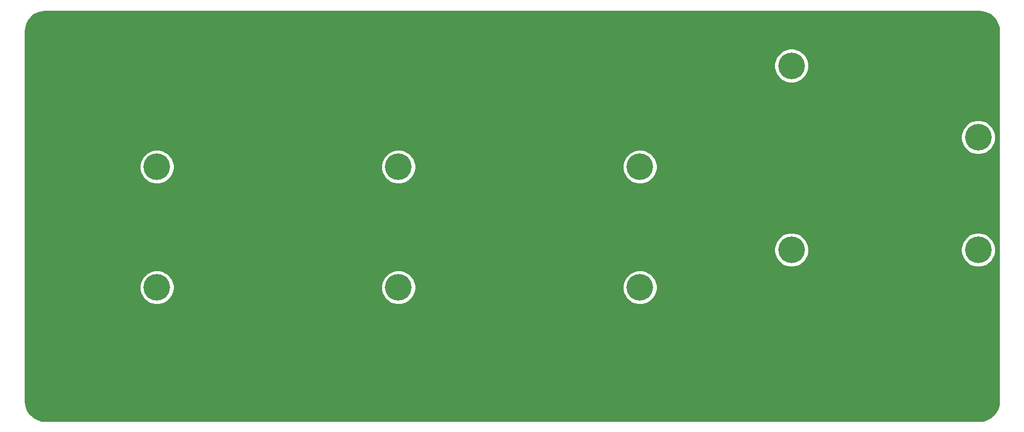
<source format=gbr>
G04 #@! TF.GenerationSoftware,KiCad,Pcbnew,(5.1.7)-1*
G04 #@! TF.CreationDate,2020-12-07T10:12:24+09:00*
G04 #@! TF.ProjectId,pisces_bottom_plate,70697363-6573-45f6-926f-74746f6d5f70,rev?*
G04 #@! TF.SameCoordinates,Original*
G04 #@! TF.FileFunction,Copper,L2,Bot*
G04 #@! TF.FilePolarity,Positive*
%FSLAX46Y46*%
G04 Gerber Fmt 4.6, Leading zero omitted, Abs format (unit mm)*
G04 Created by KiCad (PCBNEW (5.1.7)-1) date 2020-12-07 10:12:24*
%MOMM*%
%LPD*%
G01*
G04 APERTURE LIST*
G04 #@! TA.AperFunction,ComponentPad*
%ADD10C,4.200000*%
G04 #@! TD*
G04 #@! TA.AperFunction,Conductor*
%ADD11C,0.250000*%
G04 #@! TD*
G04 #@! TA.AperFunction,NonConductor*
%ADD12C,0.254000*%
G04 #@! TD*
G04 #@! TA.AperFunction,NonConductor*
%ADD13C,0.100000*%
G04 #@! TD*
G04 APERTURE END LIST*
D10*
X59525000Y-78575000D03*
X159639000Y-43561000D03*
X135725000Y-59525000D03*
X135725000Y-78575000D03*
X97625000Y-78575000D03*
X189103000Y-72644000D03*
X189103000Y-54864000D03*
X159639000Y-72644000D03*
X97625000Y-59525000D03*
X59525000Y-59525000D03*
D11*
X135814000Y-59436000D02*
X135725000Y-59525000D01*
D12*
X189841222Y-35013096D02*
X190429164Y-35190606D01*
X190971436Y-35478937D01*
X191447364Y-35867094D01*
X191838845Y-36340314D01*
X192130951Y-36880552D01*
X192312563Y-37467244D01*
X192380001Y-38108888D01*
X192380000Y-96487721D01*
X192316904Y-97131221D01*
X192139394Y-97719164D01*
X191851063Y-98261436D01*
X191462906Y-98737364D01*
X190989686Y-99128845D01*
X190449449Y-99420950D01*
X189862756Y-99602563D01*
X189221130Y-99670000D01*
X41942279Y-99670000D01*
X41298779Y-99606904D01*
X40710836Y-99429394D01*
X40168564Y-99141063D01*
X39692636Y-98752906D01*
X39301155Y-98279686D01*
X39009050Y-97739449D01*
X38827437Y-97152756D01*
X38760000Y-96511130D01*
X38760000Y-78305626D01*
X56790000Y-78305626D01*
X56790000Y-78844374D01*
X56895105Y-79372770D01*
X57101275Y-79870508D01*
X57400587Y-80318461D01*
X57781539Y-80699413D01*
X58229492Y-80998725D01*
X58727230Y-81204895D01*
X59255626Y-81310000D01*
X59794374Y-81310000D01*
X60322770Y-81204895D01*
X60820508Y-80998725D01*
X61268461Y-80699413D01*
X61649413Y-80318461D01*
X61948725Y-79870508D01*
X62154895Y-79372770D01*
X62260000Y-78844374D01*
X62260000Y-78305626D01*
X94890000Y-78305626D01*
X94890000Y-78844374D01*
X94995105Y-79372770D01*
X95201275Y-79870508D01*
X95500587Y-80318461D01*
X95881539Y-80699413D01*
X96329492Y-80998725D01*
X96827230Y-81204895D01*
X97355626Y-81310000D01*
X97894374Y-81310000D01*
X98422770Y-81204895D01*
X98920508Y-80998725D01*
X99368461Y-80699413D01*
X99749413Y-80318461D01*
X100048725Y-79870508D01*
X100254895Y-79372770D01*
X100360000Y-78844374D01*
X100360000Y-78305626D01*
X132990000Y-78305626D01*
X132990000Y-78844374D01*
X133095105Y-79372770D01*
X133301275Y-79870508D01*
X133600587Y-80318461D01*
X133981539Y-80699413D01*
X134429492Y-80998725D01*
X134927230Y-81204895D01*
X135455626Y-81310000D01*
X135994374Y-81310000D01*
X136522770Y-81204895D01*
X137020508Y-80998725D01*
X137468461Y-80699413D01*
X137849413Y-80318461D01*
X138148725Y-79870508D01*
X138354895Y-79372770D01*
X138460000Y-78844374D01*
X138460000Y-78305626D01*
X138354895Y-77777230D01*
X138148725Y-77279492D01*
X137849413Y-76831539D01*
X137468461Y-76450587D01*
X137020508Y-76151275D01*
X136522770Y-75945105D01*
X135994374Y-75840000D01*
X135455626Y-75840000D01*
X134927230Y-75945105D01*
X134429492Y-76151275D01*
X133981539Y-76450587D01*
X133600587Y-76831539D01*
X133301275Y-77279492D01*
X133095105Y-77777230D01*
X132990000Y-78305626D01*
X100360000Y-78305626D01*
X100254895Y-77777230D01*
X100048725Y-77279492D01*
X99749413Y-76831539D01*
X99368461Y-76450587D01*
X98920508Y-76151275D01*
X98422770Y-75945105D01*
X97894374Y-75840000D01*
X97355626Y-75840000D01*
X96827230Y-75945105D01*
X96329492Y-76151275D01*
X95881539Y-76450587D01*
X95500587Y-76831539D01*
X95201275Y-77279492D01*
X94995105Y-77777230D01*
X94890000Y-78305626D01*
X62260000Y-78305626D01*
X62154895Y-77777230D01*
X61948725Y-77279492D01*
X61649413Y-76831539D01*
X61268461Y-76450587D01*
X60820508Y-76151275D01*
X60322770Y-75945105D01*
X59794374Y-75840000D01*
X59255626Y-75840000D01*
X58727230Y-75945105D01*
X58229492Y-76151275D01*
X57781539Y-76450587D01*
X57400587Y-76831539D01*
X57101275Y-77279492D01*
X56895105Y-77777230D01*
X56790000Y-78305626D01*
X38760000Y-78305626D01*
X38760000Y-72374626D01*
X156904000Y-72374626D01*
X156904000Y-72913374D01*
X157009105Y-73441770D01*
X157215275Y-73939508D01*
X157514587Y-74387461D01*
X157895539Y-74768413D01*
X158343492Y-75067725D01*
X158841230Y-75273895D01*
X159369626Y-75379000D01*
X159908374Y-75379000D01*
X160436770Y-75273895D01*
X160934508Y-75067725D01*
X161382461Y-74768413D01*
X161763413Y-74387461D01*
X162062725Y-73939508D01*
X162268895Y-73441770D01*
X162374000Y-72913374D01*
X162374000Y-72374626D01*
X186368000Y-72374626D01*
X186368000Y-72913374D01*
X186473105Y-73441770D01*
X186679275Y-73939508D01*
X186978587Y-74387461D01*
X187359539Y-74768413D01*
X187807492Y-75067725D01*
X188305230Y-75273895D01*
X188833626Y-75379000D01*
X189372374Y-75379000D01*
X189900770Y-75273895D01*
X190398508Y-75067725D01*
X190846461Y-74768413D01*
X191227413Y-74387461D01*
X191526725Y-73939508D01*
X191732895Y-73441770D01*
X191838000Y-72913374D01*
X191838000Y-72374626D01*
X191732895Y-71846230D01*
X191526725Y-71348492D01*
X191227413Y-70900539D01*
X190846461Y-70519587D01*
X190398508Y-70220275D01*
X189900770Y-70014105D01*
X189372374Y-69909000D01*
X188833626Y-69909000D01*
X188305230Y-70014105D01*
X187807492Y-70220275D01*
X187359539Y-70519587D01*
X186978587Y-70900539D01*
X186679275Y-71348492D01*
X186473105Y-71846230D01*
X186368000Y-72374626D01*
X162374000Y-72374626D01*
X162268895Y-71846230D01*
X162062725Y-71348492D01*
X161763413Y-70900539D01*
X161382461Y-70519587D01*
X160934508Y-70220275D01*
X160436770Y-70014105D01*
X159908374Y-69909000D01*
X159369626Y-69909000D01*
X158841230Y-70014105D01*
X158343492Y-70220275D01*
X157895539Y-70519587D01*
X157514587Y-70900539D01*
X157215275Y-71348492D01*
X157009105Y-71846230D01*
X156904000Y-72374626D01*
X38760000Y-72374626D01*
X38760000Y-59255626D01*
X56790000Y-59255626D01*
X56790000Y-59794374D01*
X56895105Y-60322770D01*
X57101275Y-60820508D01*
X57400587Y-61268461D01*
X57781539Y-61649413D01*
X58229492Y-61948725D01*
X58727230Y-62154895D01*
X59255626Y-62260000D01*
X59794374Y-62260000D01*
X60322770Y-62154895D01*
X60820508Y-61948725D01*
X61268461Y-61649413D01*
X61649413Y-61268461D01*
X61948725Y-60820508D01*
X62154895Y-60322770D01*
X62260000Y-59794374D01*
X62260000Y-59255626D01*
X94890000Y-59255626D01*
X94890000Y-59794374D01*
X94995105Y-60322770D01*
X95201275Y-60820508D01*
X95500587Y-61268461D01*
X95881539Y-61649413D01*
X96329492Y-61948725D01*
X96827230Y-62154895D01*
X97355626Y-62260000D01*
X97894374Y-62260000D01*
X98422770Y-62154895D01*
X98920508Y-61948725D01*
X99368461Y-61649413D01*
X99749413Y-61268461D01*
X100048725Y-60820508D01*
X100254895Y-60322770D01*
X100360000Y-59794374D01*
X100360000Y-59255626D01*
X132990000Y-59255626D01*
X132990000Y-59794374D01*
X133095105Y-60322770D01*
X133301275Y-60820508D01*
X133600587Y-61268461D01*
X133981539Y-61649413D01*
X134429492Y-61948725D01*
X134927230Y-62154895D01*
X135455626Y-62260000D01*
X135994374Y-62260000D01*
X136522770Y-62154895D01*
X137020508Y-61948725D01*
X137468461Y-61649413D01*
X137849413Y-61268461D01*
X138148725Y-60820508D01*
X138354895Y-60322770D01*
X138460000Y-59794374D01*
X138460000Y-59255626D01*
X138354895Y-58727230D01*
X138148725Y-58229492D01*
X137849413Y-57781539D01*
X137468461Y-57400587D01*
X137020508Y-57101275D01*
X136522770Y-56895105D01*
X135994374Y-56790000D01*
X135455626Y-56790000D01*
X134927230Y-56895105D01*
X134429492Y-57101275D01*
X133981539Y-57400587D01*
X133600587Y-57781539D01*
X133301275Y-58229492D01*
X133095105Y-58727230D01*
X132990000Y-59255626D01*
X100360000Y-59255626D01*
X100254895Y-58727230D01*
X100048725Y-58229492D01*
X99749413Y-57781539D01*
X99368461Y-57400587D01*
X98920508Y-57101275D01*
X98422770Y-56895105D01*
X97894374Y-56790000D01*
X97355626Y-56790000D01*
X96827230Y-56895105D01*
X96329492Y-57101275D01*
X95881539Y-57400587D01*
X95500587Y-57781539D01*
X95201275Y-58229492D01*
X94995105Y-58727230D01*
X94890000Y-59255626D01*
X62260000Y-59255626D01*
X62154895Y-58727230D01*
X61948725Y-58229492D01*
X61649413Y-57781539D01*
X61268461Y-57400587D01*
X60820508Y-57101275D01*
X60322770Y-56895105D01*
X59794374Y-56790000D01*
X59255626Y-56790000D01*
X58727230Y-56895105D01*
X58229492Y-57101275D01*
X57781539Y-57400587D01*
X57400587Y-57781539D01*
X57101275Y-58229492D01*
X56895105Y-58727230D01*
X56790000Y-59255626D01*
X38760000Y-59255626D01*
X38760000Y-54594626D01*
X186368000Y-54594626D01*
X186368000Y-55133374D01*
X186473105Y-55661770D01*
X186679275Y-56159508D01*
X186978587Y-56607461D01*
X187359539Y-56988413D01*
X187807492Y-57287725D01*
X188305230Y-57493895D01*
X188833626Y-57599000D01*
X189372374Y-57599000D01*
X189900770Y-57493895D01*
X190398508Y-57287725D01*
X190846461Y-56988413D01*
X191227413Y-56607461D01*
X191526725Y-56159508D01*
X191732895Y-55661770D01*
X191838000Y-55133374D01*
X191838000Y-54594626D01*
X191732895Y-54066230D01*
X191526725Y-53568492D01*
X191227413Y-53120539D01*
X190846461Y-52739587D01*
X190398508Y-52440275D01*
X189900770Y-52234105D01*
X189372374Y-52129000D01*
X188833626Y-52129000D01*
X188305230Y-52234105D01*
X187807492Y-52440275D01*
X187359539Y-52739587D01*
X186978587Y-53120539D01*
X186679275Y-53568492D01*
X186473105Y-54066230D01*
X186368000Y-54594626D01*
X38760000Y-54594626D01*
X38760000Y-43291626D01*
X156904000Y-43291626D01*
X156904000Y-43830374D01*
X157009105Y-44358770D01*
X157215275Y-44856508D01*
X157514587Y-45304461D01*
X157895539Y-45685413D01*
X158343492Y-45984725D01*
X158841230Y-46190895D01*
X159369626Y-46296000D01*
X159908374Y-46296000D01*
X160436770Y-46190895D01*
X160934508Y-45984725D01*
X161382461Y-45685413D01*
X161763413Y-45304461D01*
X162062725Y-44856508D01*
X162268895Y-44358770D01*
X162374000Y-43830374D01*
X162374000Y-43291626D01*
X162268895Y-42763230D01*
X162062725Y-42265492D01*
X161763413Y-41817539D01*
X161382461Y-41436587D01*
X160934508Y-41137275D01*
X160436770Y-40931105D01*
X159908374Y-40826000D01*
X159369626Y-40826000D01*
X158841230Y-40931105D01*
X158343492Y-41137275D01*
X157895539Y-41436587D01*
X157514587Y-41817539D01*
X157215275Y-42265492D01*
X157009105Y-42763230D01*
X156904000Y-43291626D01*
X38760000Y-43291626D01*
X38760000Y-38132279D01*
X38823096Y-37488778D01*
X39000606Y-36900836D01*
X39288937Y-36358564D01*
X39677094Y-35882636D01*
X40150314Y-35491155D01*
X40690552Y-35199049D01*
X41277244Y-35017437D01*
X41918879Y-34950000D01*
X189197721Y-34950000D01*
X189841222Y-35013096D01*
G04 #@! TA.AperFunction,NonConductor*
D13*
G36*
X189841222Y-35013096D02*
G01*
X190429164Y-35190606D01*
X190971436Y-35478937D01*
X191447364Y-35867094D01*
X191838845Y-36340314D01*
X192130951Y-36880552D01*
X192312563Y-37467244D01*
X192380001Y-38108888D01*
X192380000Y-96487721D01*
X192316904Y-97131221D01*
X192139394Y-97719164D01*
X191851063Y-98261436D01*
X191462906Y-98737364D01*
X190989686Y-99128845D01*
X190449449Y-99420950D01*
X189862756Y-99602563D01*
X189221130Y-99670000D01*
X41942279Y-99670000D01*
X41298779Y-99606904D01*
X40710836Y-99429394D01*
X40168564Y-99141063D01*
X39692636Y-98752906D01*
X39301155Y-98279686D01*
X39009050Y-97739449D01*
X38827437Y-97152756D01*
X38760000Y-96511130D01*
X38760000Y-78305626D01*
X56790000Y-78305626D01*
X56790000Y-78844374D01*
X56895105Y-79372770D01*
X57101275Y-79870508D01*
X57400587Y-80318461D01*
X57781539Y-80699413D01*
X58229492Y-80998725D01*
X58727230Y-81204895D01*
X59255626Y-81310000D01*
X59794374Y-81310000D01*
X60322770Y-81204895D01*
X60820508Y-80998725D01*
X61268461Y-80699413D01*
X61649413Y-80318461D01*
X61948725Y-79870508D01*
X62154895Y-79372770D01*
X62260000Y-78844374D01*
X62260000Y-78305626D01*
X94890000Y-78305626D01*
X94890000Y-78844374D01*
X94995105Y-79372770D01*
X95201275Y-79870508D01*
X95500587Y-80318461D01*
X95881539Y-80699413D01*
X96329492Y-80998725D01*
X96827230Y-81204895D01*
X97355626Y-81310000D01*
X97894374Y-81310000D01*
X98422770Y-81204895D01*
X98920508Y-80998725D01*
X99368461Y-80699413D01*
X99749413Y-80318461D01*
X100048725Y-79870508D01*
X100254895Y-79372770D01*
X100360000Y-78844374D01*
X100360000Y-78305626D01*
X132990000Y-78305626D01*
X132990000Y-78844374D01*
X133095105Y-79372770D01*
X133301275Y-79870508D01*
X133600587Y-80318461D01*
X133981539Y-80699413D01*
X134429492Y-80998725D01*
X134927230Y-81204895D01*
X135455626Y-81310000D01*
X135994374Y-81310000D01*
X136522770Y-81204895D01*
X137020508Y-80998725D01*
X137468461Y-80699413D01*
X137849413Y-80318461D01*
X138148725Y-79870508D01*
X138354895Y-79372770D01*
X138460000Y-78844374D01*
X138460000Y-78305626D01*
X138354895Y-77777230D01*
X138148725Y-77279492D01*
X137849413Y-76831539D01*
X137468461Y-76450587D01*
X137020508Y-76151275D01*
X136522770Y-75945105D01*
X135994374Y-75840000D01*
X135455626Y-75840000D01*
X134927230Y-75945105D01*
X134429492Y-76151275D01*
X133981539Y-76450587D01*
X133600587Y-76831539D01*
X133301275Y-77279492D01*
X133095105Y-77777230D01*
X132990000Y-78305626D01*
X100360000Y-78305626D01*
X100254895Y-77777230D01*
X100048725Y-77279492D01*
X99749413Y-76831539D01*
X99368461Y-76450587D01*
X98920508Y-76151275D01*
X98422770Y-75945105D01*
X97894374Y-75840000D01*
X97355626Y-75840000D01*
X96827230Y-75945105D01*
X96329492Y-76151275D01*
X95881539Y-76450587D01*
X95500587Y-76831539D01*
X95201275Y-77279492D01*
X94995105Y-77777230D01*
X94890000Y-78305626D01*
X62260000Y-78305626D01*
X62154895Y-77777230D01*
X61948725Y-77279492D01*
X61649413Y-76831539D01*
X61268461Y-76450587D01*
X60820508Y-76151275D01*
X60322770Y-75945105D01*
X59794374Y-75840000D01*
X59255626Y-75840000D01*
X58727230Y-75945105D01*
X58229492Y-76151275D01*
X57781539Y-76450587D01*
X57400587Y-76831539D01*
X57101275Y-77279492D01*
X56895105Y-77777230D01*
X56790000Y-78305626D01*
X38760000Y-78305626D01*
X38760000Y-72374626D01*
X156904000Y-72374626D01*
X156904000Y-72913374D01*
X157009105Y-73441770D01*
X157215275Y-73939508D01*
X157514587Y-74387461D01*
X157895539Y-74768413D01*
X158343492Y-75067725D01*
X158841230Y-75273895D01*
X159369626Y-75379000D01*
X159908374Y-75379000D01*
X160436770Y-75273895D01*
X160934508Y-75067725D01*
X161382461Y-74768413D01*
X161763413Y-74387461D01*
X162062725Y-73939508D01*
X162268895Y-73441770D01*
X162374000Y-72913374D01*
X162374000Y-72374626D01*
X186368000Y-72374626D01*
X186368000Y-72913374D01*
X186473105Y-73441770D01*
X186679275Y-73939508D01*
X186978587Y-74387461D01*
X187359539Y-74768413D01*
X187807492Y-75067725D01*
X188305230Y-75273895D01*
X188833626Y-75379000D01*
X189372374Y-75379000D01*
X189900770Y-75273895D01*
X190398508Y-75067725D01*
X190846461Y-74768413D01*
X191227413Y-74387461D01*
X191526725Y-73939508D01*
X191732895Y-73441770D01*
X191838000Y-72913374D01*
X191838000Y-72374626D01*
X191732895Y-71846230D01*
X191526725Y-71348492D01*
X191227413Y-70900539D01*
X190846461Y-70519587D01*
X190398508Y-70220275D01*
X189900770Y-70014105D01*
X189372374Y-69909000D01*
X188833626Y-69909000D01*
X188305230Y-70014105D01*
X187807492Y-70220275D01*
X187359539Y-70519587D01*
X186978587Y-70900539D01*
X186679275Y-71348492D01*
X186473105Y-71846230D01*
X186368000Y-72374626D01*
X162374000Y-72374626D01*
X162268895Y-71846230D01*
X162062725Y-71348492D01*
X161763413Y-70900539D01*
X161382461Y-70519587D01*
X160934508Y-70220275D01*
X160436770Y-70014105D01*
X159908374Y-69909000D01*
X159369626Y-69909000D01*
X158841230Y-70014105D01*
X158343492Y-70220275D01*
X157895539Y-70519587D01*
X157514587Y-70900539D01*
X157215275Y-71348492D01*
X157009105Y-71846230D01*
X156904000Y-72374626D01*
X38760000Y-72374626D01*
X38760000Y-59255626D01*
X56790000Y-59255626D01*
X56790000Y-59794374D01*
X56895105Y-60322770D01*
X57101275Y-60820508D01*
X57400587Y-61268461D01*
X57781539Y-61649413D01*
X58229492Y-61948725D01*
X58727230Y-62154895D01*
X59255626Y-62260000D01*
X59794374Y-62260000D01*
X60322770Y-62154895D01*
X60820508Y-61948725D01*
X61268461Y-61649413D01*
X61649413Y-61268461D01*
X61948725Y-60820508D01*
X62154895Y-60322770D01*
X62260000Y-59794374D01*
X62260000Y-59255626D01*
X94890000Y-59255626D01*
X94890000Y-59794374D01*
X94995105Y-60322770D01*
X95201275Y-60820508D01*
X95500587Y-61268461D01*
X95881539Y-61649413D01*
X96329492Y-61948725D01*
X96827230Y-62154895D01*
X97355626Y-62260000D01*
X97894374Y-62260000D01*
X98422770Y-62154895D01*
X98920508Y-61948725D01*
X99368461Y-61649413D01*
X99749413Y-61268461D01*
X100048725Y-60820508D01*
X100254895Y-60322770D01*
X100360000Y-59794374D01*
X100360000Y-59255626D01*
X132990000Y-59255626D01*
X132990000Y-59794374D01*
X133095105Y-60322770D01*
X133301275Y-60820508D01*
X133600587Y-61268461D01*
X133981539Y-61649413D01*
X134429492Y-61948725D01*
X134927230Y-62154895D01*
X135455626Y-62260000D01*
X135994374Y-62260000D01*
X136522770Y-62154895D01*
X137020508Y-61948725D01*
X137468461Y-61649413D01*
X137849413Y-61268461D01*
X138148725Y-60820508D01*
X138354895Y-60322770D01*
X138460000Y-59794374D01*
X138460000Y-59255626D01*
X138354895Y-58727230D01*
X138148725Y-58229492D01*
X137849413Y-57781539D01*
X137468461Y-57400587D01*
X137020508Y-57101275D01*
X136522770Y-56895105D01*
X135994374Y-56790000D01*
X135455626Y-56790000D01*
X134927230Y-56895105D01*
X134429492Y-57101275D01*
X133981539Y-57400587D01*
X133600587Y-57781539D01*
X133301275Y-58229492D01*
X133095105Y-58727230D01*
X132990000Y-59255626D01*
X100360000Y-59255626D01*
X100254895Y-58727230D01*
X100048725Y-58229492D01*
X99749413Y-57781539D01*
X99368461Y-57400587D01*
X98920508Y-57101275D01*
X98422770Y-56895105D01*
X97894374Y-56790000D01*
X97355626Y-56790000D01*
X96827230Y-56895105D01*
X96329492Y-57101275D01*
X95881539Y-57400587D01*
X95500587Y-57781539D01*
X95201275Y-58229492D01*
X94995105Y-58727230D01*
X94890000Y-59255626D01*
X62260000Y-59255626D01*
X62154895Y-58727230D01*
X61948725Y-58229492D01*
X61649413Y-57781539D01*
X61268461Y-57400587D01*
X60820508Y-57101275D01*
X60322770Y-56895105D01*
X59794374Y-56790000D01*
X59255626Y-56790000D01*
X58727230Y-56895105D01*
X58229492Y-57101275D01*
X57781539Y-57400587D01*
X57400587Y-57781539D01*
X57101275Y-58229492D01*
X56895105Y-58727230D01*
X56790000Y-59255626D01*
X38760000Y-59255626D01*
X38760000Y-54594626D01*
X186368000Y-54594626D01*
X186368000Y-55133374D01*
X186473105Y-55661770D01*
X186679275Y-56159508D01*
X186978587Y-56607461D01*
X187359539Y-56988413D01*
X187807492Y-57287725D01*
X188305230Y-57493895D01*
X188833626Y-57599000D01*
X189372374Y-57599000D01*
X189900770Y-57493895D01*
X190398508Y-57287725D01*
X190846461Y-56988413D01*
X191227413Y-56607461D01*
X191526725Y-56159508D01*
X191732895Y-55661770D01*
X191838000Y-55133374D01*
X191838000Y-54594626D01*
X191732895Y-54066230D01*
X191526725Y-53568492D01*
X191227413Y-53120539D01*
X190846461Y-52739587D01*
X190398508Y-52440275D01*
X189900770Y-52234105D01*
X189372374Y-52129000D01*
X188833626Y-52129000D01*
X188305230Y-52234105D01*
X187807492Y-52440275D01*
X187359539Y-52739587D01*
X186978587Y-53120539D01*
X186679275Y-53568492D01*
X186473105Y-54066230D01*
X186368000Y-54594626D01*
X38760000Y-54594626D01*
X38760000Y-43291626D01*
X156904000Y-43291626D01*
X156904000Y-43830374D01*
X157009105Y-44358770D01*
X157215275Y-44856508D01*
X157514587Y-45304461D01*
X157895539Y-45685413D01*
X158343492Y-45984725D01*
X158841230Y-46190895D01*
X159369626Y-46296000D01*
X159908374Y-46296000D01*
X160436770Y-46190895D01*
X160934508Y-45984725D01*
X161382461Y-45685413D01*
X161763413Y-45304461D01*
X162062725Y-44856508D01*
X162268895Y-44358770D01*
X162374000Y-43830374D01*
X162374000Y-43291626D01*
X162268895Y-42763230D01*
X162062725Y-42265492D01*
X161763413Y-41817539D01*
X161382461Y-41436587D01*
X160934508Y-41137275D01*
X160436770Y-40931105D01*
X159908374Y-40826000D01*
X159369626Y-40826000D01*
X158841230Y-40931105D01*
X158343492Y-41137275D01*
X157895539Y-41436587D01*
X157514587Y-41817539D01*
X157215275Y-42265492D01*
X157009105Y-42763230D01*
X156904000Y-43291626D01*
X38760000Y-43291626D01*
X38760000Y-38132279D01*
X38823096Y-37488778D01*
X39000606Y-36900836D01*
X39288937Y-36358564D01*
X39677094Y-35882636D01*
X40150314Y-35491155D01*
X40690552Y-35199049D01*
X41277244Y-35017437D01*
X41918879Y-34950000D01*
X189197721Y-34950000D01*
X189841222Y-35013096D01*
G37*
G04 #@! TD.AperFunction*
M02*

</source>
